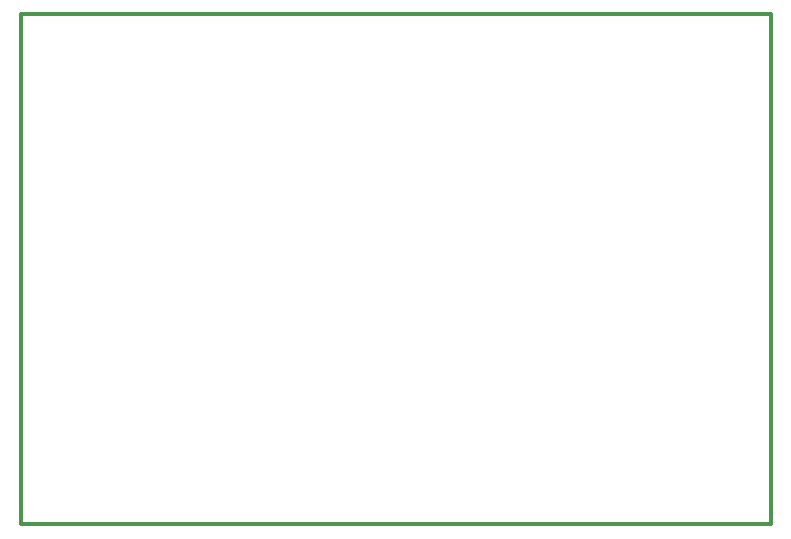
<source format=gbr>
%TF.GenerationSoftware,Altium Limited,Altium Designer,19.0.15 (446)*%
G04 Layer_Color=16711935*
%FSLAX45Y45*%
%MOMM*%
%TF.FileFunction,Other,Mechanical_1*%
%TF.Part,Single*%
G01*
G75*
%TA.AperFunction,NonConductor*%
%ADD81C,0.30000*%
D81*
X12573000Y4953000D02*
Y9271000D01*
X6223000Y4953000D02*
X12573000D01*
X6223000Y9271000D02*
X12573000D01*
X6223000Y4953000D02*
Y9271000D01*
%TF.MD5,be03affbf7d955e26851f748fec28c75*%
M02*

</source>
